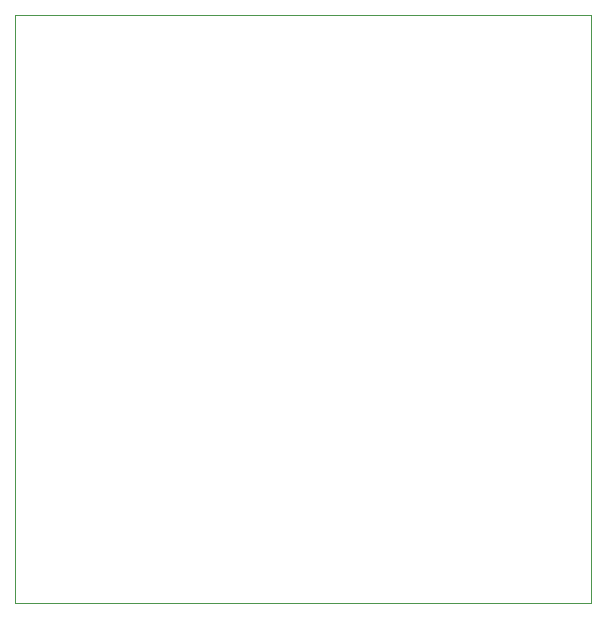
<source format=gbr>
G04 #@! TF.GenerationSoftware,KiCad,Pcbnew,(5.1.5-0-10_14)*
G04 #@! TF.CreationDate,2021-04-18T14:53:33+10:00*
G04 #@! TF.ProjectId,OH - Right Console - A - Sim Control,4f48202d-2052-4696-9768-7420436f6e73,rev?*
G04 #@! TF.SameCoordinates,Original*
G04 #@! TF.FileFunction,Profile,NP*
%FSLAX46Y46*%
G04 Gerber Fmt 4.6, Leading zero omitted, Abs format (unit mm)*
G04 Created by KiCad (PCBNEW (5.1.5-0-10_14)) date 2021-04-18 14:53:33*
%MOMM*%
%LPD*%
G04 APERTURE LIST*
%ADD10C,0.050000*%
G04 APERTURE END LIST*
D10*
X133096000Y-88900000D02*
X133096000Y-138684000D01*
X181864000Y-138684000D02*
X133096000Y-138684000D01*
X181864000Y-88900000D02*
X181864000Y-138684000D01*
X133096000Y-88900000D02*
X181864000Y-88900000D01*
M02*

</source>
